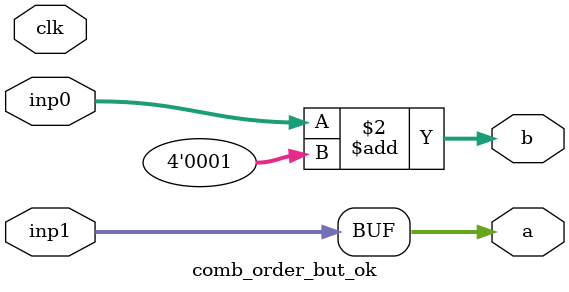
<source format=sv>
module comb_order_but_ok(input logic clk,
                         input logic[3:0] inp0,
                         input logic[3:0] inp1,
                         output logic[3:0] a,
                         output logic[3:0] b);

always_comb begin
 a = inp0;
 b = a + 4'd1;
 a = inp1;
end

endmodule

</source>
